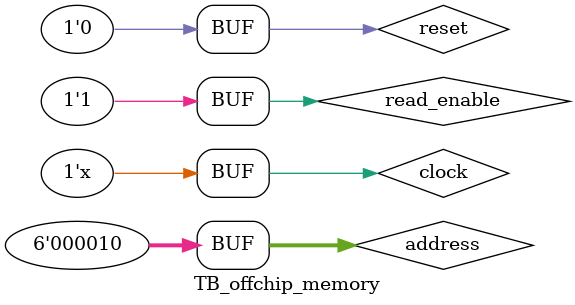
<source format=v>
`timescale 1ns / 1ps


module TB_offchip_memory;

	// Inputs
	reg clock;
	reg reset;
	reg read_enable;
	reg [5:0] address;

	// Outputs
	wire data_ready;
	wire [63:0] data_bus;

	// Instantiate the Unit Under Test (UUT)
	offchip_memory uut (
		.clock(clock), 
		.reset(reset), 
		.read_enable(read_enable), 
		.address(address), 
		.data_ready(data_ready), 
		.data_bus(data_bus)
	);

	initial begin
		// Initialize Inputs
		clock = 0;
		reset = 0;
		read_enable = 0;
		address = 0;

		// Wait 100 ns for global reset to finish
		#100;
        
		// Add stimulus here
		reset = 1;
		#10;
		
		reset = 0;
		address = 2;
		read_enable = 1;
		#50;
		
		

	end
      
	//Clock generator
	always #5
		clock = ~clock;
	
	
endmodule


</source>
